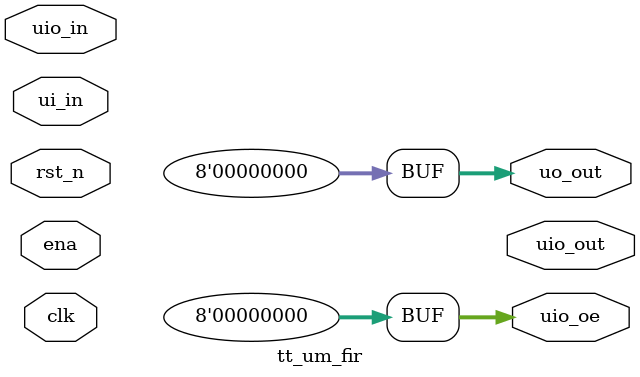
<source format=v>


module ccs_out_v1 (dat, idat);

  parameter integer rscid = 1;
  parameter integer width = 8;

  output   [width-1:0] dat;
  input    [width-1:0] idat;

  wire     [width-1:0] dat;

  assign dat = idat;

endmodule




//------> /eda/mentor/Siemens_EDA/Catapult_Synthesis_2023.1_2/Mgc_home/pkgs/siflibs/ccs_in_v1.v 
//------------------------------------------------------------------------------
// Catapult Synthesis - Sample I/O Port Library
//
// Copyright (c) 2003-2017 Mentor Graphics Corp.
//       All Rights Reserved
//
// This document may be used and distributed without restriction provided that
// this copyright statement is not removed from the file and that any derivative
// work contains this copyright notice.
//
// The design information contained in this file is intended to be an example
// of the functionality which the end user may study in preparation for creating
// their own custom interfaces. This design does not necessarily present a 
// complete implementation of the named protocol or standard.
//
//------------------------------------------------------------------------------


module ccs_in_v1 (idat, dat);

  parameter integer rscid = 1;
  parameter integer width = 8;

  output [width-1:0] idat;
  input  [width-1:0] dat;

  wire   [width-1:0] idat;

  assign idat = dat;

endmodule


//------> /eda/mentor/Siemens_EDA/Catapult_Synthesis_2023.1_2/Mgc_home/pkgs/siflibs/mgc_io_sync_v2.v 
//------------------------------------------------------------------------------
// Catapult Synthesis - Sample I/O Port Library
//
// Copyright (c) 2003-2017 Mentor Graphics Corp.
//       All Rights Reserved
//
// This document may be used and distributed without restriction provided that
// this copyright statement is not removed from the file and that any derivative
// work contains this copyright notice.
//
// The design information contained in this file is intended to be an example
// of the functionality which the end user may study in preparation for creating
// their own custom interfaces. This design does not necessarily present a 
// complete implementation of the named protocol or standard.
//
//------------------------------------------------------------------------------


module mgc_io_sync_v2 (ld, lz);
    parameter valid = 0;

    input  ld;
    output lz;

    wire   lz;

    assign lz = ld;

endmodule


//------> ../td_ccore_solutions/ROM_1i4_1o8_0a640e82974f7eb059cc5f6dd0954603bb_0/rtl.v 
// ----------------------------------------------------------------------
//  HLS HDL:        Verilog Netlister
//  HLS Version:    2023.1_2/1049935 Production Release
//  HLS Date:       Sat Jun 10 10:53:51 PDT 2023
// 
//  Generated by:   sj3939@hansolo.poly.edu
//  Generated date: Wed Dec 11 14:33:59 2024
// ----------------------------------------------------------------------

// 
// ------------------------------------------------------------------
//  Design Unit:    ROM_1i4_1o8_0a640e82974f7eb059cc5f6dd0954603bb
// ------------------------------------------------------------------


module ROM_1i4_1o8_0a640e82974f7eb059cc5f6dd0954603bb (
  I_1, O_1
);
  input [3:0] I_1;
  output [7:0] O_1;


  wire[2:0] Shift_Accum_Loop_else_Shift_Accum_Loop_else_mux_nl;
  wire[3:0] Shift_Accum_Loop_else_Shift_Accum_Loop_else_mux_1_nl;

  // Interconnect Declarations for Component Instantiations 
  assign Shift_Accum_Loop_else_Shift_Accum_Loop_else_mux_nl = MUX_v_3_14_2x0(3'b000,
      3'b101, 3'b000, 3'b001, 3'b000, 3'b110, 3'b110, 3'b000, 3'b001, 3'b000, 3'b101,
      3'b000, 3'b010, I_1);
  assign Shift_Accum_Loop_else_Shift_Accum_Loop_else_mux_1_nl = MUX_v_4_14_2x0(4'b0000,
      4'b0001, 4'b0000, 4'b0101, 4'b0000, 4'b0100, 4'b0100, 4'b0000, 4'b0101, 4'b0000,
      4'b0001, 4'b0000, 4'b1011, I_1);
  assign O_1 = {Shift_Accum_Loop_else_Shift_Accum_Loop_else_mux_nl , 1'b0 , Shift_Accum_Loop_else_Shift_Accum_Loop_else_mux_1_nl};

  function automatic [2:0] MUX_v_3_14_2x0;
    input [2:0] input_1;
    input [2:0] input_2;
    input [2:0] input_3;
    input [2:0] input_4;
    input [2:0] input_5;
    input [2:0] input_6;
    input [2:0] input_7;
    input [2:0] input_8;
    input [2:0] input_9;
    input [2:0] input_10;
    input [2:0] input_11;
    input [2:0] input_12;
    input [2:0] input_13;
    input [3:0] sel;
    reg [2:0] result;
  begin
    case (sel)
      4'b0001 : begin
        result = input_1;
      end
      4'b0010 : begin
        result = input_2;
      end
      4'b0011 : begin
        result = input_3;
      end
      4'b0100 : begin
        result = input_4;
      end
      4'b0101 : begin
        result = input_5;
      end
      4'b0110 : begin
        result = input_6;
      end
      4'b0111 : begin
        result = input_7;
      end
      4'b1000 : begin
        result = input_8;
      end
      4'b1001 : begin
        result = input_9;
      end
      4'b1010 : begin
        result = input_10;
      end
      4'b1011 : begin
        result = input_11;
      end
      4'b1100 : begin
        result = input_12;
      end
      default : begin
        result = input_13;
      end
    endcase
    MUX_v_3_14_2x0 = result;
  end
  endfunction


  function automatic [3:0] MUX_v_4_14_2x0;
    input [3:0] input_1;
    input [3:0] input_2;
    input [3:0] input_3;
    input [3:0] input_4;
    input [3:0] input_5;
    input [3:0] input_6;
    input [3:0] input_7;
    input [3:0] input_8;
    input [3:0] input_9;
    input [3:0] input_10;
    input [3:0] input_11;
    input [3:0] input_12;
    input [3:0] input_13;
    input [3:0] sel;
    reg [3:0] result;
  begin
    case (sel)
      4'b0001 : begin
        result = input_1;
      end
      4'b0010 : begin
        result = input_2;
      end
      4'b0011 : begin
        result = input_3;
      end
      4'b0100 : begin
        result = input_4;
      end
      4'b0101 : begin
        result = input_5;
      end
      4'b0110 : begin
        result = input_6;
      end
      4'b0111 : begin
        result = input_7;
      end
      4'b1000 : begin
        result = input_8;
      end
      4'b1001 : begin
        result = input_9;
      end
      4'b1010 : begin
        result = input_10;
      end
      4'b1011 : begin
        result = input_11;
      end
      4'b1100 : begin
        result = input_12;
      end
      default : begin
        result = input_13;
      end
    endcase
    MUX_v_4_14_2x0 = result;
  end
  endfunction

endmodule




//------> ./rtl.v 
// ----------------------------------------------------------------------
//  HLS HDL:        Verilog Netlister
//  HLS Version:    2023.1_2/1049935 Production Release
//  HLS Date:       Sat Jun 10 10:53:51 PDT 2023
// 
//  Generated by:   sj3939@hansolo.poly.edu
//  Generated date: Wed Dec 11 14:34:09 2024
// ----------------------------------------------------------------------

// 
// ------------------------------------------------------------------
//  Design Unit:    fir_core_core_fsm
//  FSM Module
// ------------------------------------------------------------------


module fir_core_core_fsm (
  clk, rst, fsm_output, Shift_Accum_Loop_C_6_tr0
);
  input clk;
  input rst;
  output [8:0] fsm_output;
  reg [8:0] fsm_output;
  input Shift_Accum_Loop_C_6_tr0;


  // FSM State Type Declaration for fir_core_core_fsm_1
  parameter
    main_C_0 = 4'd0,
    Shift_Accum_Loop_C_0 = 4'd1,
    Shift_Accum_Loop_C_1 = 4'd2,
    Shift_Accum_Loop_C_2 = 4'd3,
    Shift_Accum_Loop_C_3 = 4'd4,
    Shift_Accum_Loop_C_4 = 4'd5,
    Shift_Accum_Loop_C_5 = 4'd6,
    Shift_Accum_Loop_C_6 = 4'd7,
    main_C_1 = 4'd8;

  reg [3:0] state_var;
  reg [3:0] state_var_NS;


  // Interconnect Declarations for Component Instantiations 
  always @(*)
  begin : fir_core_core_fsm_1
    case (state_var)
      Shift_Accum_Loop_C_0 : begin
        fsm_output = 9'b000000010;
        state_var_NS = Shift_Accum_Loop_C_1;
      end
      Shift_Accum_Loop_C_1 : begin
        fsm_output = 9'b000000100;
        state_var_NS = Shift_Accum_Loop_C_2;
      end
      Shift_Accum_Loop_C_2 : begin
        fsm_output = 9'b000001000;
        state_var_NS = Shift_Accum_Loop_C_3;
      end
      Shift_Accum_Loop_C_3 : begin
        fsm_output = 9'b000010000;
        state_var_NS = Shift_Accum_Loop_C_4;
      end
      Shift_Accum_Loop_C_4 : begin
        fsm_output = 9'b000100000;
        state_var_NS = Shift_Accum_Loop_C_5;
      end
      Shift_Accum_Loop_C_5 : begin
        fsm_output = 9'b001000000;
        state_var_NS = Shift_Accum_Loop_C_6;
      end
      Shift_Accum_Loop_C_6 : begin
        fsm_output = 9'b010000000;
        if ( Shift_Accum_Loop_C_6_tr0 ) begin
          state_var_NS = main_C_1;
        end
        else begin
          state_var_NS = Shift_Accum_Loop_C_0;
        end
      end
      main_C_1 : begin
        fsm_output = 9'b100000000;
        state_var_NS = main_C_0;
      end
      // main_C_0
      default : begin
        fsm_output = 9'b000000001;
        state_var_NS = Shift_Accum_Loop_C_0;
      end
    endcase
  end

  always @(posedge clk) begin
    if ( rst ) begin
      state_var <= main_C_0;
    end
    else begin
      state_var <= state_var_NS;
    end
  end

endmodule

// ------------------------------------------------------------------
//  Design Unit:    fir_core
// ------------------------------------------------------------------


module fir_core (
  clk, rst, y_rsc_dat, y_triosy_lz, x_rsc_dat, x_triosy_lz
);
  input clk;
  input rst;
  output [7:0] y_rsc_dat;
  output y_triosy_lz;
  input [7:0] x_rsc_dat;
  output x_triosy_lz;


  // Interconnect Declarations
  reg [7:0] y_rsci_idat;
  wire [7:0] x_rsci_idat;
  wire [8:0] fsm_output;
  wire [4:0] Shift_Accum_Loop_acc_1_tmp;
  wire [5:0] nl_Shift_Accum_Loop_acc_1_tmp;
  reg [3:0] i_4_0_sva_3_0;
  reg i_4_0_sva_1_4;
  reg reg_x_triosy_obj_ld_cse;
  wire reg_y_and_cse;
  wire or_tmp_26;
  reg [7:0] shift_reg_0_lpi_2;
  reg [7:0] shift_reg_6_lpi_2;
  reg [7:0] shift_reg_7_lpi_2;
  reg [7:0] shift_reg_5_lpi_2;
  reg [7:0] shift_reg_8_lpi_2;
  reg [7:0] shift_reg_4_lpi_2;
  reg [7:0] shift_reg_9_lpi_2;
  reg [7:0] shift_reg_3_lpi_2;
  reg [7:0] shift_reg_10_lpi_2;
  reg [7:0] shift_reg_2_lpi_2;
  reg [7:0] shift_reg_11_lpi_2;
  reg [7:0] shift_reg_1_lpi_2;
  reg [7:0] shift_reg_12_lpi_2;
  reg [7:0] x_sva;
  reg [7:0] acc_sva;
  wire [7:0] Shift_Accum_Loop_else_Shift_Accum_Loop_else_slc_shift_reg_8_7_0_1_cse_sva_1;
  wire [7:0] ROM_1i4_1o8_deff130825d590f78a2784406781dab92f_1;
  wire [3:0] Shift_Accum_Loop_else_acc_1_tmp;
  wire [4:0] nl_Shift_Accum_Loop_else_acc_1_tmp;
  wire nand_cse;
  wire nor_9_cse;
  wire or_cse;

  wire[7:0] Shift_Accum_Loop_else_acc_nl;
  wire[8:0] nl_Shift_Accum_Loop_else_acc_nl;
  wire[5:0] Shift_Accum_Loop_else_mux_4_nl;
  wire[5:0] Shift_Accum_Loop_if_acc_9_nl;
  wire[6:0] nl_Shift_Accum_Loop_if_acc_9_nl;
  wire[1:0] Shift_Accum_Loop_if_acc_10_nl;
  wire[2:0] nl_Shift_Accum_Loop_if_acc_10_nl;
  wire[7:0] Shift_Accum_Loop_else_mux_5_nl;
  wire[7:0] Shift_Accum_Loop_else_mul_1_nl;
  wire signed [15:0] nl_Shift_Accum_Loop_else_mul_1_nl;
  wire[7:0] Shift_Accum_Loop_if_acc_11_nl;
  wire[8:0] nl_Shift_Accum_Loop_if_acc_11_nl;
  wire acc_not_nl;

  // Interconnect Declarations for Component Instantiations 
  ccs_out_v1 #(.rscid(32'sd1),
  .width(32'sd8)) y_rsci (
      .idat(y_rsci_idat),
      .dat(y_rsc_dat)
    );
  ccs_in_v1 #(.rscid(32'sd2),
  .width(32'sd8)) x_rsci (
      .dat(x_rsc_dat),
      .idat(x_rsci_idat)
    );
  mgc_io_sync_v2 #(.valid(32'sd0)) y_triosy_obj (
      .ld(reg_x_triosy_obj_ld_cse),
      .lz(y_triosy_lz)
    );
  mgc_io_sync_v2 #(.valid(32'sd0)) x_triosy_obj (
      .ld(reg_x_triosy_obj_ld_cse),
      .lz(x_triosy_lz)
    );
  ROM_1i4_1o8_0a640e82974f7eb059cc5f6dd0954603bb  U_ROM_1i4_1o8_deff130825d590f78a2784406781dab92f_rg
      (
      .I_1(i_4_0_sva_3_0),
      .O_1(ROM_1i4_1o8_deff130825d590f78a2784406781dab92f_1)
    );
  fir_core_core_fsm fir_core_core_fsm_inst (
      .clk(clk),
      .rst(rst),
      .fsm_output(fsm_output),
      .Shift_Accum_Loop_C_6_tr0(i_4_0_sva_1_4)
    );
  assign or_cse = (fsm_output[8]) | (fsm_output[0]);
  assign nor_9_cse = ~((i_4_0_sva_3_0[0]) | (i_4_0_sva_3_0[2]));
  assign nand_cse = ~((Shift_Accum_Loop_else_acc_1_tmp[1:0]==2'b11));
  assign reg_y_and_cse = i_4_0_sva_1_4 & (fsm_output[7]);
  assign nl_Shift_Accum_Loop_else_acc_1_tmp = i_4_0_sva_3_0 + 4'b1111;
  assign Shift_Accum_Loop_else_acc_1_tmp = nl_Shift_Accum_Loop_else_acc_1_tmp[3:0];
  assign Shift_Accum_Loop_else_Shift_Accum_Loop_else_slc_shift_reg_8_7_0_1_cse_sva_1
      = MUX_v_8_13_2(shift_reg_0_lpi_2, shift_reg_1_lpi_2, shift_reg_2_lpi_2, shift_reg_3_lpi_2,
      shift_reg_4_lpi_2, shift_reg_5_lpi_2, shift_reg_6_lpi_2, shift_reg_7_lpi_2,
      shift_reg_8_lpi_2, shift_reg_9_lpi_2, shift_reg_10_lpi_2, shift_reg_11_lpi_2,
      shift_reg_12_lpi_2, Shift_Accum_Loop_else_acc_1_tmp);
  assign nl_Shift_Accum_Loop_acc_1_tmp = conv_u2s_4_5(i_4_0_sva_3_0) + 5'b11111;
  assign Shift_Accum_Loop_acc_1_tmp = nl_Shift_Accum_Loop_acc_1_tmp[4:0];
  assign or_tmp_26 = (i_4_0_sva_3_0==4'b0000) & (fsm_output[1]);
  always @(posedge clk) begin
    if ( rst ) begin
      x_sva <= 8'b00000000;
    end
    else if ( or_cse ) begin
      x_sva <= x_rsci_idat;
    end
  end
  always @(posedge clk) begin
    if ( rst ) begin
      acc_sva <= 8'b00000000;
    end
    else if ( (fsm_output[0]) | (fsm_output[8]) | (fsm_output[1]) ) begin
      acc_sva <= MUX_v_8_2_2(8'b00000000, Shift_Accum_Loop_else_acc_nl, acc_not_nl);
    end
  end
  always @(posedge clk) begin
    if ( rst ) begin
      i_4_0_sva_3_0 <= 4'b0000;
    end
    else if ( or_cse | (fsm_output[1]) ) begin
      i_4_0_sva_3_0 <= MUX_v_4_2_2(4'b1101, (Shift_Accum_Loop_acc_1_tmp[3:0]), fsm_output[1]);
    end
  end
  always @(posedge clk) begin
    if ( rst ) begin
      shift_reg_0_lpi_2 <= 8'b00000000;
    end
    else if ( (i_4_0_sva_3_0==4'b0000) & (fsm_output[1]) ) begin
      shift_reg_0_lpi_2 <= x_sva;
    end
  end
  always @(posedge clk) begin
    if ( rst ) begin
      shift_reg_1_lpi_2 <= 8'b00000000;
    end
    else if ( (~((~((Shift_Accum_Loop_else_acc_1_tmp!=4'b0001))) | (i_4_0_sva_3_0[1])))
        & (i_4_0_sva_3_0[0]) & (~ (i_4_0_sva_3_0[2])) & (fsm_output[1]) & (~ (i_4_0_sva_3_0[3]))
        ) begin
      shift_reg_1_lpi_2 <= Shift_Accum_Loop_else_Shift_Accum_Loop_else_slc_shift_reg_8_7_0_1_cse_sva_1;
    end
  end
  always @(posedge clk) begin
    if ( rst ) begin
      shift_reg_2_lpi_2 <= 8'b00000000;
    end
    else if ( ((Shift_Accum_Loop_else_acc_1_tmp!=4'b0010)) & (i_4_0_sva_3_0[1]) &
        nor_9_cse & (fsm_output[1]) & (~ (i_4_0_sva_3_0[3])) ) begin
      shift_reg_2_lpi_2 <= Shift_Accum_Loop_else_Shift_Accum_Loop_else_slc_shift_reg_8_7_0_1_cse_sva_1;
    end
  end
  always @(posedge clk) begin
    if ( rst ) begin
      shift_reg_3_lpi_2 <= 8'b00000000;
    end
    else if ( ((Shift_Accum_Loop_else_acc_1_tmp[3:2]!=2'b00) | nand_cse) & (i_4_0_sva_3_0[2:0]==3'b011)
        & (fsm_output[1]) & (~ (i_4_0_sva_3_0[3])) ) begin
      shift_reg_3_lpi_2 <= Shift_Accum_Loop_else_Shift_Accum_Loop_else_slc_shift_reg_8_7_0_1_cse_sva_1;
    end
  end
  always @(posedge clk) begin
    if ( rst ) begin
      shift_reg_4_lpi_2 <= 8'b00000000;
    end
    else if ( (~((~((Shift_Accum_Loop_else_acc_1_tmp!=4'b0100))) | (i_4_0_sva_3_0[1])))
        & (~ (i_4_0_sva_3_0[0])) & (i_4_0_sva_3_0[2]) & (fsm_output[1]) & (~ (i_4_0_sva_3_0[3]))
        ) begin
      shift_reg_4_lpi_2 <= Shift_Accum_Loop_else_Shift_Accum_Loop_else_slc_shift_reg_8_7_0_1_cse_sva_1;
    end
  end
  always @(posedge clk) begin
    if ( rst ) begin
      shift_reg_5_lpi_2 <= 8'b00000000;
    end
    else if ( (~((~((Shift_Accum_Loop_else_acc_1_tmp!=4'b0101))) | (i_4_0_sva_3_0[1])))
        & (i_4_0_sva_3_0[0]) & (i_4_0_sva_3_0[2]) & (fsm_output[1]) & (~ (i_4_0_sva_3_0[3]))
        ) begin
      shift_reg_5_lpi_2 <= Shift_Accum_Loop_else_Shift_Accum_Loop_else_slc_shift_reg_8_7_0_1_cse_sva_1;
    end
  end
  always @(posedge clk) begin
    if ( rst ) begin
      shift_reg_6_lpi_2 <= 8'b00000000;
    end
    else if ( ((Shift_Accum_Loop_else_acc_1_tmp!=4'b0110)) & (i_4_0_sva_3_0[2:0]==3'b110)
        & (fsm_output[1]) & (~ (i_4_0_sva_3_0[3])) ) begin
      shift_reg_6_lpi_2 <= Shift_Accum_Loop_else_Shift_Accum_Loop_else_slc_shift_reg_8_7_0_1_cse_sva_1;
    end
  end
  always @(posedge clk) begin
    if ( rst ) begin
      shift_reg_7_lpi_2 <= 8'b00000000;
    end
    else if ( ((Shift_Accum_Loop_else_acc_1_tmp[3:2]!=2'b01) | nand_cse) & (i_4_0_sva_3_0[2:0]==3'b111)
        & (fsm_output[1]) & (~ (i_4_0_sva_3_0[3])) ) begin
      shift_reg_7_lpi_2 <= Shift_Accum_Loop_else_Shift_Accum_Loop_else_slc_shift_reg_8_7_0_1_cse_sva_1;
    end
  end
  always @(posedge clk) begin
    if ( rst ) begin
      shift_reg_8_lpi_2 <= 8'b00000000;
    end
    else if ( (~((~((Shift_Accum_Loop_else_acc_1_tmp!=4'b1000))) | (i_4_0_sva_3_0[1])))
        & nor_9_cse & (fsm_output[1]) & (i_4_0_sva_3_0[3]) ) begin
      shift_reg_8_lpi_2 <= Shift_Accum_Loop_else_Shift_Accum_Loop_else_slc_shift_reg_8_7_0_1_cse_sva_1;
    end
  end
  always @(posedge clk) begin
    if ( rst ) begin
      shift_reg_9_lpi_2 <= 8'b00000000;
    end
    else if ( (~((~((Shift_Accum_Loop_else_acc_1_tmp!=4'b1001))) | (i_4_0_sva_3_0[1])))
        & (i_4_0_sva_3_0[0]) & (~ (i_4_0_sva_3_0[2])) & (fsm_output[1]) & (i_4_0_sva_3_0[3])
        ) begin
      shift_reg_9_lpi_2 <= Shift_Accum_Loop_else_Shift_Accum_Loop_else_slc_shift_reg_8_7_0_1_cse_sva_1;
    end
  end
  always @(posedge clk) begin
    if ( rst ) begin
      shift_reg_10_lpi_2 <= 8'b00000000;
    end
    else if ( ((Shift_Accum_Loop_else_acc_1_tmp!=4'b1010)) & (i_4_0_sva_3_0[1]) &
        nor_9_cse & (fsm_output[1]) & (i_4_0_sva_3_0[3]) ) begin
      shift_reg_10_lpi_2 <= Shift_Accum_Loop_else_Shift_Accum_Loop_else_slc_shift_reg_8_7_0_1_cse_sva_1;
    end
  end
  always @(posedge clk) begin
    if ( rst ) begin
      shift_reg_11_lpi_2 <= 8'b00000000;
    end
    else if ( ((Shift_Accum_Loop_else_acc_1_tmp[3:2]!=2'b10) | nand_cse) & (i_4_0_sva_3_0[2:0]==3'b011)
        & (fsm_output[1]) & (i_4_0_sva_3_0[3]) ) begin
      shift_reg_11_lpi_2 <= Shift_Accum_Loop_else_Shift_Accum_Loop_else_slc_shift_reg_8_7_0_1_cse_sva_1;
    end
  end
  always @(posedge clk) begin
    if ( rst ) begin
      shift_reg_12_lpi_2 <= 8'b00000000;
    end
    else if ( (~((~((Shift_Accum_Loop_else_acc_1_tmp!=4'b1100))) | (i_4_0_sva_3_0[1])))
        & (~ (i_4_0_sva_3_0[0])) & (i_4_0_sva_3_0[2]) & (i_4_0_sva_3_0[3]) & (fsm_output[1])
        ) begin
      shift_reg_12_lpi_2 <= Shift_Accum_Loop_else_Shift_Accum_Loop_else_slc_shift_reg_8_7_0_1_cse_sva_1;
    end
  end
  always @(posedge clk) begin
    if ( rst ) begin
      y_rsci_idat <= 8'b00000000;
    end
    else if ( reg_y_and_cse ) begin
      y_rsci_idat <= acc_sva;
    end
  end
  always @(posedge clk) begin
    if ( rst ) begin
      reg_x_triosy_obj_ld_cse <= 1'b0;
    end
    else begin
      reg_x_triosy_obj_ld_cse <= reg_y_and_cse;
    end
  end
  always @(posedge clk) begin
    if ( rst ) begin
      i_4_0_sva_1_4 <= 1'b0;
    end
    else if ( fsm_output[1] ) begin
      i_4_0_sva_1_4 <= Shift_Accum_Loop_acc_1_tmp[4];
    end
  end
  assign nl_Shift_Accum_Loop_if_acc_10_nl = (x_sva[3:2]) + (x_sva[1:0]);
  assign Shift_Accum_Loop_if_acc_10_nl = nl_Shift_Accum_Loop_if_acc_10_nl[1:0];
  assign nl_Shift_Accum_Loop_if_acc_9_nl = ({Shift_Accum_Loop_if_acc_10_nl , (x_sva[1:0])
      , 2'b01}) + (acc_sva[7:2]);
  assign Shift_Accum_Loop_if_acc_9_nl = nl_Shift_Accum_Loop_if_acc_9_nl[5:0];
  assign Shift_Accum_Loop_else_mux_4_nl = MUX_v_6_2_2((acc_sva[7:2]), Shift_Accum_Loop_if_acc_9_nl,
      or_tmp_26);
  assign nl_Shift_Accum_Loop_else_mul_1_nl = $signed(Shift_Accum_Loop_else_Shift_Accum_Loop_else_slc_shift_reg_8_7_0_1_cse_sva_1)
      * $signed(({(ROM_1i4_1o8_deff130825d590f78a2784406781dab92f_1[7:5]) , 1'b0
      , (ROM_1i4_1o8_deff130825d590f78a2784406781dab92f_1[3:0])}));
  assign Shift_Accum_Loop_else_mul_1_nl = nl_Shift_Accum_Loop_else_mul_1_nl[7:0];
  assign nl_Shift_Accum_Loop_if_acc_11_nl = (~ x_sva) + ({(~ (x_sva[5:0])) , 2'b01});
  assign Shift_Accum_Loop_if_acc_11_nl = nl_Shift_Accum_Loop_if_acc_11_nl[7:0];
  assign Shift_Accum_Loop_else_mux_5_nl = MUX_v_8_2_2(Shift_Accum_Loop_else_mul_1_nl,
      Shift_Accum_Loop_if_acc_11_nl, or_tmp_26);
  assign nl_Shift_Accum_Loop_else_acc_nl = ({Shift_Accum_Loop_else_mux_4_nl , (acc_sva[1:0])})
      + Shift_Accum_Loop_else_mux_5_nl;
  assign Shift_Accum_Loop_else_acc_nl = nl_Shift_Accum_Loop_else_acc_nl[7:0];
  assign acc_not_nl = ~ or_cse;

  function automatic [3:0] MUX_v_4_2_2;
    input [3:0] input_0;
    input [3:0] input_1;
    input  sel;
    reg [3:0] result;
  begin
    case (sel)
      1'b0 : begin
        result = input_0;
      end
      default : begin
        result = input_1;
      end
    endcase
    MUX_v_4_2_2 = result;
  end
  endfunction


  function automatic [5:0] MUX_v_6_2_2;
    input [5:0] input_0;
    input [5:0] input_1;
    input  sel;
    reg [5:0] result;
  begin
    case (sel)
      1'b0 : begin
        result = input_0;
      end
      default : begin
        result = input_1;
      end
    endcase
    MUX_v_6_2_2 = result;
  end
  endfunction


  function automatic [7:0] MUX_v_8_13_2;
    input [7:0] input_0;
    input [7:0] input_1;
    input [7:0] input_2;
    input [7:0] input_3;
    input [7:0] input_4;
    input [7:0] input_5;
    input [7:0] input_6;
    input [7:0] input_7;
    input [7:0] input_8;
    input [7:0] input_9;
    input [7:0] input_10;
    input [7:0] input_11;
    input [7:0] input_12;
    input [3:0] sel;
    reg [7:0] result;
  begin
    case (sel)
      4'b0000 : begin
        result = input_0;
      end
      4'b0001 : begin
        result = input_1;
      end
      4'b0010 : begin
        result = input_2;
      end
      4'b0011 : begin
        result = input_3;
      end
      4'b0100 : begin
        result = input_4;
      end
      4'b0101 : begin
        result = input_5;
      end
      4'b0110 : begin
        result = input_6;
      end
      4'b0111 : begin
        result = input_7;
      end
      4'b1000 : begin
        result = input_8;
      end
      4'b1001 : begin
        result = input_9;
      end
      4'b1010 : begin
        result = input_10;
      end
      4'b1011 : begin
        result = input_11;
      end
      default : begin
        result = input_12;
      end
    endcase
    MUX_v_8_13_2 = result;
  end
  endfunction


  function automatic [7:0] MUX_v_8_2_2;
    input [7:0] input_0;
    input [7:0] input_1;
    input  sel;
    reg [7:0] result;
  begin
    case (sel)
      1'b0 : begin
        result = input_0;
      end
      default : begin
        result = input_1;
      end
    endcase
    MUX_v_8_2_2 = result;
  end
  endfunction


  function automatic [4:0] conv_u2s_4_5 ;
    input [3:0]  vector ;
  begin
    conv_u2s_4_5 =  {1'b0, vector};
  end
  endfunction

endmodule

// ------------------------------------------------------------------
//  Design Unit:    tt_um_fir
// ------------------------------------------------------------------


module tt_um_fir (
  input  wire [7:0] ui_in,    // Dedicated inputs
  output wire [7:0] uo_out,   // Dedicated outputs
  input  wire [7:0] uio_in,   // IOs: Input path
  output wire [7:0] uio_out,  // IOs: Output path
  output wire [7:0] uio_oe,   // IOs: Enable path (active high: 0=input, 1=output)
  input  wire       ena,      // always 1 when the design is powered, so you can ignore it
  input  wire       clk,      // clock
  input  wire       rst_n     // reset_n - low to reset
);

  // Interconnect Declarations for Component Instantiations 
  fir_core fir_core_inst (
      .clk(clk),
      .rst(~rst_n),
      .y_rsc_dat(uo_out),
      .y_triosy_lz(),
      .x_rsc_dat(ui_in),
      .x_triosy_lz()
    );

  assign uo_out = 8'b00000000;
  assign uio_oe = 8'b00000000;
endmodule




</source>
